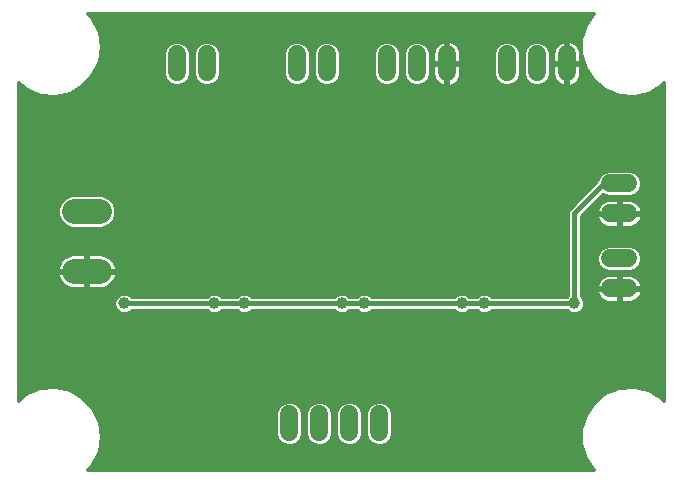
<source format=gbl>
G75*
%MOIN*%
%OFA0B0*%
%FSLAX25Y25*%
%IPPOS*%
%LPD*%
%AMOC8*
5,1,8,0,0,1.08239X$1,22.5*
%
%ADD10C,0.06000*%
%ADD11C,0.08250*%
%ADD12C,0.01000*%
%ADD13C,0.03962*%
%ADD14C,0.01600*%
D10*
X0108300Y0052000D02*
X0108300Y0058000D01*
X0118300Y0058000D02*
X0118300Y0052000D01*
X0128300Y0052000D02*
X0128300Y0058000D01*
X0138300Y0058000D02*
X0138300Y0052000D01*
X0215300Y0100000D02*
X0221300Y0100000D01*
X0221300Y0110000D02*
X0215300Y0110000D01*
X0215300Y0125000D02*
X0221300Y0125000D01*
X0221300Y0135000D02*
X0215300Y0135000D01*
X0200800Y0172000D02*
X0200800Y0178000D01*
X0190800Y0178000D02*
X0190800Y0172000D01*
X0180800Y0172000D02*
X0180800Y0178000D01*
X0160800Y0178000D02*
X0160800Y0172000D01*
X0150800Y0172000D02*
X0150800Y0178000D01*
X0140800Y0178000D02*
X0140800Y0172000D01*
X0120800Y0172000D02*
X0120800Y0178000D01*
X0110800Y0178000D02*
X0110800Y0172000D01*
X0080800Y0172000D02*
X0080800Y0178000D01*
X0070800Y0178000D02*
X0070800Y0172000D01*
D11*
X0044925Y0125709D02*
X0036675Y0125709D01*
X0036675Y0105709D02*
X0044925Y0105709D01*
D12*
X0042681Y0041453D02*
X0040869Y0039500D01*
X0209898Y0039500D01*
X0209866Y0039525D01*
X0209866Y0039525D01*
X0209866Y0039525D01*
X0207095Y0043589D01*
X0207095Y0043589D01*
X0205646Y0048289D01*
X0205646Y0053207D01*
X0207095Y0057907D01*
X0207095Y0057907D01*
X0209866Y0061971D01*
X0209866Y0061971D01*
X0209866Y0061971D01*
X0213711Y0065037D01*
X0213711Y0065037D01*
X0218290Y0066834D01*
X0218290Y0066834D01*
X0223194Y0067202D01*
X0223194Y0067202D01*
X0227990Y0066107D01*
X0227990Y0066107D01*
X0232249Y0063648D01*
X0232249Y0063648D01*
X0233209Y0062613D01*
X0233209Y0168804D01*
X0232249Y0167769D01*
X0232249Y0167769D01*
X0232249Y0167769D01*
X0227990Y0165310D01*
X0227990Y0165310D01*
X0223194Y0164215D01*
X0223194Y0164215D01*
X0218290Y0164583D01*
X0218290Y0164583D01*
X0213711Y0166380D01*
X0213711Y0166380D01*
X0209866Y0169446D01*
X0209866Y0169446D01*
X0209866Y0169446D01*
X0207095Y0173510D01*
X0207095Y0173510D01*
X0205646Y0178210D01*
X0205646Y0183128D01*
X0207095Y0187828D01*
X0207095Y0187828D01*
X0209866Y0191892D01*
X0209866Y0191892D01*
X0209898Y0191917D01*
X0040869Y0191917D01*
X0042681Y0189964D01*
X0042681Y0189964D01*
X0044815Y0185533D01*
X0044815Y0185533D01*
X0045548Y0180669D01*
X0044815Y0175806D01*
X0044815Y0175806D01*
X0042681Y0171375D01*
X0042681Y0171375D01*
X0039336Y0167769D01*
X0039336Y0167769D01*
X0035076Y0165310D01*
X0035076Y0165310D01*
X0030281Y0164215D01*
X0030281Y0164215D01*
X0025376Y0164583D01*
X0025376Y0164583D01*
X0020798Y0166380D01*
X0020798Y0166380D01*
X0017800Y0168771D01*
X0017800Y0062647D01*
X0020798Y0065037D01*
X0020798Y0065037D01*
X0025376Y0066834D01*
X0025376Y0066834D01*
X0030281Y0067202D01*
X0030281Y0067202D01*
X0035076Y0066107D01*
X0035076Y0066107D01*
X0039336Y0063648D01*
X0039336Y0063648D01*
X0042681Y0060043D01*
X0042681Y0060043D01*
X0044815Y0055611D01*
X0044815Y0055611D01*
X0045548Y0050748D01*
X0044815Y0045885D01*
X0044815Y0045885D01*
X0042681Y0041453D01*
X0042681Y0041453D01*
X0042939Y0041990D02*
X0208186Y0041990D01*
X0207505Y0042988D02*
X0043420Y0042988D01*
X0043901Y0043987D02*
X0206973Y0043987D01*
X0206665Y0044985D02*
X0044382Y0044985D01*
X0044830Y0045984D02*
X0206357Y0045984D01*
X0206049Y0046982D02*
X0044980Y0046982D01*
X0045131Y0047981D02*
X0106767Y0047981D01*
X0107445Y0047700D02*
X0109155Y0047700D01*
X0110736Y0048355D01*
X0111945Y0049564D01*
X0112600Y0051145D01*
X0112600Y0058855D01*
X0111945Y0060436D01*
X0110736Y0061645D01*
X0109155Y0062300D01*
X0107445Y0062300D01*
X0105864Y0061645D01*
X0104655Y0060436D01*
X0104000Y0058855D01*
X0104000Y0051145D01*
X0104655Y0049564D01*
X0105864Y0048355D01*
X0107445Y0047700D01*
X0109833Y0047981D02*
X0116767Y0047981D01*
X0117445Y0047700D02*
X0119155Y0047700D01*
X0120736Y0048355D01*
X0121945Y0049564D01*
X0122600Y0051145D01*
X0122600Y0058855D01*
X0121945Y0060436D01*
X0120736Y0061645D01*
X0119155Y0062300D01*
X0117445Y0062300D01*
X0115864Y0061645D01*
X0114655Y0060436D01*
X0114000Y0058855D01*
X0114000Y0051145D01*
X0114655Y0049564D01*
X0115864Y0048355D01*
X0117445Y0047700D01*
X0119833Y0047981D02*
X0126767Y0047981D01*
X0127445Y0047700D02*
X0129155Y0047700D01*
X0130736Y0048355D01*
X0131945Y0049564D01*
X0132600Y0051145D01*
X0132600Y0058855D01*
X0131945Y0060436D01*
X0130736Y0061645D01*
X0129155Y0062300D01*
X0127445Y0062300D01*
X0125864Y0061645D01*
X0124655Y0060436D01*
X0124000Y0058855D01*
X0124000Y0051145D01*
X0124655Y0049564D01*
X0125864Y0048355D01*
X0127445Y0047700D01*
X0129833Y0047981D02*
X0136767Y0047981D01*
X0137445Y0047700D02*
X0139155Y0047700D01*
X0140736Y0048355D01*
X0141945Y0049564D01*
X0142600Y0051145D01*
X0142600Y0058855D01*
X0141945Y0060436D01*
X0140736Y0061645D01*
X0139155Y0062300D01*
X0137445Y0062300D01*
X0135864Y0061645D01*
X0134655Y0060436D01*
X0134000Y0058855D01*
X0134000Y0051145D01*
X0134655Y0049564D01*
X0135864Y0048355D01*
X0137445Y0047700D01*
X0139833Y0047981D02*
X0205741Y0047981D01*
X0205646Y0048979D02*
X0141360Y0048979D01*
X0142117Y0049978D02*
X0205646Y0049978D01*
X0205646Y0050976D02*
X0142530Y0050976D01*
X0142600Y0051975D02*
X0205646Y0051975D01*
X0205646Y0052973D02*
X0142600Y0052973D01*
X0142600Y0053972D02*
X0205882Y0053972D01*
X0206190Y0054970D02*
X0142600Y0054970D01*
X0142600Y0055969D02*
X0206498Y0055969D01*
X0206806Y0056967D02*
X0142600Y0056967D01*
X0142600Y0057966D02*
X0207135Y0057966D01*
X0207816Y0058964D02*
X0142555Y0058964D01*
X0142141Y0059963D02*
X0208497Y0059963D01*
X0209178Y0060961D02*
X0141420Y0060961D01*
X0139977Y0061960D02*
X0209859Y0061960D01*
X0211104Y0062958D02*
X0039976Y0062958D01*
X0040902Y0061960D02*
X0106623Y0061960D01*
X0105180Y0060961D02*
X0041829Y0060961D01*
X0042720Y0059963D02*
X0104459Y0059963D01*
X0104045Y0058964D02*
X0043200Y0058964D01*
X0043681Y0057966D02*
X0104000Y0057966D01*
X0104000Y0056967D02*
X0044162Y0056967D01*
X0044643Y0055969D02*
X0104000Y0055969D01*
X0104000Y0054970D02*
X0044912Y0054970D01*
X0045062Y0053972D02*
X0104000Y0053972D01*
X0104000Y0052973D02*
X0045213Y0052973D01*
X0045363Y0051975D02*
X0104000Y0051975D01*
X0104070Y0050976D02*
X0045514Y0050976D01*
X0045432Y0049978D02*
X0104483Y0049978D01*
X0105240Y0048979D02*
X0045281Y0048979D01*
X0042252Y0040991D02*
X0208867Y0040991D01*
X0209547Y0039993D02*
X0041326Y0039993D01*
X0038801Y0063957D02*
X0212356Y0063957D01*
X0213608Y0064955D02*
X0037072Y0064955D01*
X0035342Y0065954D02*
X0216046Y0065954D01*
X0219865Y0066952D02*
X0031374Y0066952D01*
X0026952Y0066952D02*
X0017800Y0066952D01*
X0017800Y0065954D02*
X0023133Y0065954D01*
X0020695Y0064955D02*
X0017800Y0064955D01*
X0017800Y0063957D02*
X0019443Y0063957D01*
X0018191Y0062958D02*
X0017800Y0062958D01*
X0017800Y0067951D02*
X0233209Y0067951D01*
X0233209Y0068949D02*
X0017800Y0068949D01*
X0017800Y0069948D02*
X0233209Y0069948D01*
X0233209Y0070946D02*
X0017800Y0070946D01*
X0017800Y0071945D02*
X0233209Y0071945D01*
X0233209Y0072943D02*
X0017800Y0072943D01*
X0017800Y0073942D02*
X0233209Y0073942D01*
X0233209Y0074940D02*
X0017800Y0074940D01*
X0017800Y0075939D02*
X0233209Y0075939D01*
X0233209Y0076937D02*
X0017800Y0076937D01*
X0017800Y0077936D02*
X0233209Y0077936D01*
X0233209Y0078934D02*
X0017800Y0078934D01*
X0017800Y0079933D02*
X0233209Y0079933D01*
X0233209Y0080932D02*
X0017800Y0080932D01*
X0017800Y0081930D02*
X0233209Y0081930D01*
X0233209Y0082929D02*
X0017800Y0082929D01*
X0017800Y0083927D02*
X0233209Y0083927D01*
X0233209Y0084926D02*
X0017800Y0084926D01*
X0017800Y0085924D02*
X0233209Y0085924D01*
X0233209Y0086923D02*
X0017800Y0086923D01*
X0017800Y0087921D02*
X0233209Y0087921D01*
X0233209Y0088920D02*
X0017800Y0088920D01*
X0017800Y0089918D02*
X0233209Y0089918D01*
X0233209Y0090917D02*
X0017800Y0090917D01*
X0017800Y0091915D02*
X0052174Y0091915D01*
X0052647Y0091719D02*
X0053953Y0091719D01*
X0055159Y0092218D01*
X0055840Y0092900D01*
X0080760Y0092900D01*
X0081441Y0092218D01*
X0082647Y0091719D01*
X0083953Y0091719D01*
X0085159Y0092218D01*
X0085840Y0092900D01*
X0090760Y0092900D01*
X0091441Y0092218D01*
X0092647Y0091719D01*
X0093953Y0091719D01*
X0095159Y0092218D01*
X0095840Y0092900D01*
X0123260Y0092900D01*
X0123941Y0092218D01*
X0125147Y0091719D01*
X0126453Y0091719D01*
X0127659Y0092218D01*
X0128340Y0092900D01*
X0130760Y0092900D01*
X0131441Y0092218D01*
X0132647Y0091719D01*
X0133953Y0091719D01*
X0135159Y0092218D01*
X0135840Y0092900D01*
X0163260Y0092900D01*
X0163941Y0092218D01*
X0165147Y0091719D01*
X0166453Y0091719D01*
X0167659Y0092218D01*
X0168340Y0092900D01*
X0170760Y0092900D01*
X0171441Y0092218D01*
X0172647Y0091719D01*
X0173953Y0091719D01*
X0175159Y0092218D01*
X0175840Y0092900D01*
X0200760Y0092900D01*
X0201441Y0092218D01*
X0202647Y0091719D01*
X0203953Y0091719D01*
X0205159Y0092218D01*
X0206082Y0093141D01*
X0206581Y0094347D01*
X0206581Y0095653D01*
X0206082Y0096859D01*
X0205400Y0097540D01*
X0205400Y0124130D01*
X0212744Y0131475D01*
X0212864Y0131355D01*
X0214445Y0130700D01*
X0222155Y0130700D01*
X0223736Y0131355D01*
X0224945Y0132564D01*
X0225600Y0134145D01*
X0225600Y0135855D01*
X0224945Y0137436D01*
X0223736Y0138645D01*
X0222155Y0139300D01*
X0214445Y0139300D01*
X0212864Y0138645D01*
X0211655Y0137436D01*
X0211000Y0135855D01*
X0211000Y0135670D01*
X0202430Y0127100D01*
X0201200Y0125870D01*
X0201200Y0097540D01*
X0200760Y0097100D01*
X0175840Y0097100D01*
X0175159Y0097782D01*
X0173953Y0098281D01*
X0172647Y0098281D01*
X0171441Y0097782D01*
X0170760Y0097100D01*
X0168340Y0097100D01*
X0167659Y0097782D01*
X0166453Y0098281D01*
X0165147Y0098281D01*
X0163941Y0097782D01*
X0163260Y0097100D01*
X0135840Y0097100D01*
X0135159Y0097782D01*
X0133953Y0098281D01*
X0132647Y0098281D01*
X0131441Y0097782D01*
X0130760Y0097100D01*
X0128340Y0097100D01*
X0127659Y0097782D01*
X0126453Y0098281D01*
X0125147Y0098281D01*
X0123941Y0097782D01*
X0123260Y0097100D01*
X0095840Y0097100D01*
X0095159Y0097782D01*
X0093953Y0098281D01*
X0092647Y0098281D01*
X0091441Y0097782D01*
X0090760Y0097100D01*
X0085840Y0097100D01*
X0085159Y0097782D01*
X0083953Y0098281D01*
X0082647Y0098281D01*
X0081441Y0097782D01*
X0080760Y0097100D01*
X0055840Y0097100D01*
X0055159Y0097782D01*
X0053953Y0098281D01*
X0052647Y0098281D01*
X0051441Y0097782D01*
X0050518Y0096859D01*
X0050019Y0095653D01*
X0050019Y0094347D01*
X0050518Y0093141D01*
X0051441Y0092218D01*
X0052647Y0091719D01*
X0054426Y0091915D02*
X0082174Y0091915D01*
X0084426Y0091915D02*
X0092174Y0091915D01*
X0094426Y0091915D02*
X0124674Y0091915D01*
X0126926Y0091915D02*
X0132174Y0091915D01*
X0134426Y0091915D02*
X0164674Y0091915D01*
X0166926Y0091915D02*
X0172174Y0091915D01*
X0174426Y0091915D02*
X0202174Y0091915D01*
X0204426Y0091915D02*
X0233209Y0091915D01*
X0233209Y0092914D02*
X0205854Y0092914D01*
X0206401Y0093912D02*
X0233209Y0093912D01*
X0233209Y0094911D02*
X0206581Y0094911D01*
X0206475Y0095909D02*
X0213417Y0095909D01*
X0213573Y0095830D02*
X0214246Y0095611D01*
X0214946Y0095500D01*
X0217800Y0095500D01*
X0217800Y0099500D01*
X0218800Y0099500D01*
X0218800Y0100500D01*
X0217800Y0100500D01*
X0217800Y0104500D01*
X0214946Y0104500D01*
X0214246Y0104389D01*
X0213573Y0104170D01*
X0212941Y0103849D01*
X0212368Y0103432D01*
X0211868Y0102932D01*
X0211451Y0102359D01*
X0211130Y0101727D01*
X0210911Y0101054D01*
X0210823Y0100500D01*
X0217800Y0100500D01*
X0217800Y0099500D01*
X0210823Y0099500D01*
X0210911Y0098946D01*
X0211130Y0098273D01*
X0211451Y0097641D01*
X0211868Y0097068D01*
X0212368Y0096568D01*
X0212941Y0096151D01*
X0213573Y0095830D01*
X0212028Y0096908D02*
X0206032Y0096908D01*
X0205400Y0097906D02*
X0211316Y0097906D01*
X0210924Y0098905D02*
X0205400Y0098905D01*
X0205400Y0099903D02*
X0217800Y0099903D01*
X0217800Y0098905D02*
X0218800Y0098905D01*
X0218800Y0099500D02*
X0218800Y0095500D01*
X0221654Y0095500D01*
X0222354Y0095611D01*
X0223027Y0095830D01*
X0223659Y0096151D01*
X0224232Y0096568D01*
X0224732Y0097068D01*
X0225149Y0097641D01*
X0225470Y0098273D01*
X0225689Y0098946D01*
X0225777Y0099500D01*
X0218800Y0099500D01*
X0218800Y0099903D02*
X0233209Y0099903D01*
X0233209Y0098905D02*
X0225676Y0098905D01*
X0225284Y0097906D02*
X0233209Y0097906D01*
X0233209Y0096908D02*
X0224572Y0096908D01*
X0223183Y0095909D02*
X0233209Y0095909D01*
X0233209Y0100902D02*
X0225713Y0100902D01*
X0225689Y0101054D02*
X0225470Y0101727D01*
X0225149Y0102359D01*
X0224732Y0102932D01*
X0224232Y0103432D01*
X0223659Y0103849D01*
X0223027Y0104170D01*
X0222354Y0104389D01*
X0221654Y0104500D01*
X0218800Y0104500D01*
X0218800Y0100500D01*
X0225777Y0100500D01*
X0225689Y0101054D01*
X0225382Y0101900D02*
X0233209Y0101900D01*
X0233209Y0102899D02*
X0224756Y0102899D01*
X0223563Y0103897D02*
X0233209Y0103897D01*
X0233209Y0104896D02*
X0205400Y0104896D01*
X0205400Y0105894D02*
X0213976Y0105894D01*
X0214445Y0105700D02*
X0212864Y0106355D01*
X0211655Y0107564D01*
X0211000Y0109145D01*
X0211000Y0110855D01*
X0211655Y0112436D01*
X0212864Y0113645D01*
X0214445Y0114300D01*
X0222155Y0114300D01*
X0223736Y0113645D01*
X0224945Y0112436D01*
X0225600Y0110855D01*
X0225600Y0109145D01*
X0224945Y0107564D01*
X0223736Y0106355D01*
X0222155Y0105700D01*
X0214445Y0105700D01*
X0213037Y0103897D02*
X0205400Y0103897D01*
X0205400Y0102899D02*
X0211844Y0102899D01*
X0211218Y0101900D02*
X0205400Y0101900D01*
X0205400Y0100902D02*
X0210887Y0100902D01*
X0217800Y0100902D02*
X0218800Y0100902D01*
X0218800Y0101900D02*
X0217800Y0101900D01*
X0217800Y0102899D02*
X0218800Y0102899D01*
X0218800Y0103897D02*
X0217800Y0103897D01*
X0222624Y0105894D02*
X0233209Y0105894D01*
X0233209Y0106893D02*
X0224274Y0106893D01*
X0225081Y0107891D02*
X0233209Y0107891D01*
X0233209Y0108890D02*
X0225494Y0108890D01*
X0225600Y0109888D02*
X0233209Y0109888D01*
X0233209Y0110887D02*
X0225587Y0110887D01*
X0225173Y0111885D02*
X0233209Y0111885D01*
X0233209Y0112884D02*
X0224497Y0112884D01*
X0223163Y0113882D02*
X0233209Y0113882D01*
X0233209Y0114881D02*
X0205400Y0114881D01*
X0205400Y0115879D02*
X0233209Y0115879D01*
X0233209Y0116878D02*
X0205400Y0116878D01*
X0205400Y0117876D02*
X0233209Y0117876D01*
X0233209Y0118875D02*
X0205400Y0118875D01*
X0205400Y0119873D02*
X0233209Y0119873D01*
X0233209Y0120872D02*
X0223110Y0120872D01*
X0223027Y0120830D02*
X0223659Y0121151D01*
X0224232Y0121568D01*
X0224732Y0122068D01*
X0225149Y0122641D01*
X0225470Y0123273D01*
X0225689Y0123946D01*
X0225777Y0124500D01*
X0218800Y0124500D01*
X0218800Y0125500D01*
X0217800Y0125500D01*
X0217800Y0129500D01*
X0214946Y0129500D01*
X0214246Y0129389D01*
X0213573Y0129170D01*
X0212941Y0128849D01*
X0212368Y0128432D01*
X0211868Y0127932D01*
X0211451Y0127359D01*
X0211130Y0126727D01*
X0210911Y0126054D01*
X0210823Y0125500D01*
X0217800Y0125500D01*
X0217800Y0124500D01*
X0218800Y0124500D01*
X0218800Y0120500D01*
X0221654Y0120500D01*
X0222354Y0120611D01*
X0223027Y0120830D01*
X0224534Y0121870D02*
X0233209Y0121870D01*
X0233209Y0122869D02*
X0225265Y0122869D01*
X0225664Y0123868D02*
X0233209Y0123868D01*
X0233209Y0124866D02*
X0218800Y0124866D01*
X0218800Y0125500D02*
X0225777Y0125500D01*
X0225689Y0126054D01*
X0225470Y0126727D01*
X0225149Y0127359D01*
X0224732Y0127932D01*
X0224232Y0128432D01*
X0223659Y0128849D01*
X0223027Y0129170D01*
X0222354Y0129389D01*
X0221654Y0129500D01*
X0218800Y0129500D01*
X0218800Y0125500D01*
X0218800Y0125865D02*
X0217800Y0125865D01*
X0217800Y0126863D02*
X0218800Y0126863D01*
X0218800Y0127862D02*
X0217800Y0127862D01*
X0217800Y0128860D02*
X0218800Y0128860D01*
X0222535Y0130857D02*
X0233209Y0130857D01*
X0233209Y0129859D02*
X0211128Y0129859D01*
X0212127Y0130857D02*
X0214065Y0130857D01*
X0212964Y0128860D02*
X0210130Y0128860D01*
X0209131Y0127862D02*
X0211817Y0127862D01*
X0211199Y0126863D02*
X0208133Y0126863D01*
X0207134Y0125865D02*
X0210881Y0125865D01*
X0210823Y0124500D02*
X0210911Y0123946D01*
X0211130Y0123273D01*
X0211451Y0122641D01*
X0211868Y0122068D01*
X0212368Y0121568D01*
X0212941Y0121151D01*
X0213573Y0120830D01*
X0214246Y0120611D01*
X0214946Y0120500D01*
X0217800Y0120500D01*
X0217800Y0124500D01*
X0210823Y0124500D01*
X0210936Y0123868D02*
X0205400Y0123868D01*
X0205400Y0122869D02*
X0211335Y0122869D01*
X0212066Y0121870D02*
X0205400Y0121870D01*
X0205400Y0120872D02*
X0213490Y0120872D01*
X0217800Y0120872D02*
X0218800Y0120872D01*
X0218800Y0121870D02*
X0217800Y0121870D01*
X0217800Y0122869D02*
X0218800Y0122869D01*
X0218800Y0123868D02*
X0217800Y0123868D01*
X0217800Y0124866D02*
X0206136Y0124866D01*
X0203192Y0127862D02*
X0049905Y0127862D01*
X0049524Y0128782D02*
X0047998Y0130308D01*
X0046004Y0131134D01*
X0035596Y0131134D01*
X0033602Y0130308D01*
X0032076Y0128782D01*
X0031250Y0126788D01*
X0031250Y0124630D01*
X0032076Y0122636D01*
X0033602Y0121110D01*
X0035596Y0120284D01*
X0046004Y0120284D01*
X0047998Y0121110D01*
X0049524Y0122636D01*
X0050350Y0124630D01*
X0050350Y0126788D01*
X0049524Y0128782D01*
X0049446Y0128860D02*
X0204190Y0128860D01*
X0205189Y0129859D02*
X0048447Y0129859D01*
X0046672Y0130857D02*
X0206187Y0130857D01*
X0207186Y0131856D02*
X0017800Y0131856D01*
X0017800Y0132854D02*
X0208184Y0132854D01*
X0209183Y0133853D02*
X0017800Y0133853D01*
X0017800Y0134851D02*
X0210181Y0134851D01*
X0211000Y0135850D02*
X0017800Y0135850D01*
X0017800Y0136848D02*
X0211411Y0136848D01*
X0212066Y0137847D02*
X0017800Y0137847D01*
X0017800Y0138845D02*
X0213347Y0138845D01*
X0223253Y0138845D02*
X0233209Y0138845D01*
X0233209Y0137847D02*
X0224534Y0137847D01*
X0225189Y0136848D02*
X0233209Y0136848D01*
X0233209Y0135850D02*
X0225600Y0135850D01*
X0225600Y0134851D02*
X0233209Y0134851D01*
X0233209Y0133853D02*
X0225479Y0133853D01*
X0225065Y0132854D02*
X0233209Y0132854D01*
X0233209Y0131856D02*
X0224237Y0131856D01*
X0223636Y0128860D02*
X0233209Y0128860D01*
X0233209Y0127862D02*
X0224783Y0127862D01*
X0225401Y0126863D02*
X0233209Y0126863D01*
X0233209Y0125865D02*
X0225719Y0125865D01*
X0213437Y0113882D02*
X0205400Y0113882D01*
X0205400Y0112884D02*
X0212103Y0112884D01*
X0211427Y0111885D02*
X0205400Y0111885D01*
X0205400Y0110887D02*
X0211013Y0110887D01*
X0211000Y0109888D02*
X0205400Y0109888D01*
X0205400Y0108890D02*
X0211106Y0108890D01*
X0211519Y0107891D02*
X0205400Y0107891D01*
X0205400Y0106893D02*
X0212326Y0106893D01*
X0217800Y0097906D02*
X0218800Y0097906D01*
X0218800Y0096908D02*
X0217800Y0096908D01*
X0217800Y0095909D02*
X0218800Y0095909D01*
X0201200Y0097906D02*
X0174858Y0097906D01*
X0171742Y0097906D02*
X0167358Y0097906D01*
X0164242Y0097906D02*
X0134858Y0097906D01*
X0131742Y0097906D02*
X0127358Y0097906D01*
X0124242Y0097906D02*
X0094858Y0097906D01*
X0091742Y0097906D02*
X0084858Y0097906D01*
X0081742Y0097906D02*
X0054858Y0097906D01*
X0051742Y0097906D02*
X0017800Y0097906D01*
X0017800Y0096908D02*
X0050568Y0096908D01*
X0050125Y0095909D02*
X0017800Y0095909D01*
X0017800Y0094911D02*
X0050019Y0094911D01*
X0050199Y0093912D02*
X0017800Y0093912D01*
X0017800Y0092914D02*
X0050746Y0092914D01*
X0047084Y0100496D02*
X0046242Y0100222D01*
X0045368Y0100084D01*
X0041300Y0100084D01*
X0041300Y0105209D01*
X0041300Y0106209D01*
X0040300Y0106209D01*
X0040300Y0111334D01*
X0036232Y0111334D01*
X0035358Y0111195D01*
X0034516Y0110922D01*
X0033727Y0110520D01*
X0033011Y0109999D01*
X0032384Y0109373D01*
X0031864Y0108657D01*
X0031462Y0107868D01*
X0031189Y0107026D01*
X0031059Y0106209D01*
X0040300Y0106209D01*
X0040300Y0105209D01*
X0031059Y0105209D01*
X0031189Y0104391D01*
X0031462Y0103549D01*
X0031864Y0102761D01*
X0032384Y0102044D01*
X0033011Y0101418D01*
X0033727Y0100898D01*
X0034516Y0100496D01*
X0035358Y0100222D01*
X0036232Y0100084D01*
X0040300Y0100084D01*
X0040300Y0105209D01*
X0041300Y0105209D01*
X0050541Y0105209D01*
X0050411Y0104391D01*
X0050138Y0103549D01*
X0049736Y0102761D01*
X0049216Y0102044D01*
X0048589Y0101418D01*
X0047873Y0100898D01*
X0047084Y0100496D01*
X0047879Y0100902D02*
X0201200Y0100902D01*
X0201200Y0101900D02*
X0049072Y0101900D01*
X0049806Y0102899D02*
X0201200Y0102899D01*
X0201200Y0103897D02*
X0050251Y0103897D01*
X0050491Y0104896D02*
X0201200Y0104896D01*
X0201200Y0105894D02*
X0041300Y0105894D01*
X0041300Y0106209D02*
X0050541Y0106209D01*
X0050411Y0107026D01*
X0050138Y0107868D01*
X0049736Y0108657D01*
X0049216Y0109373D01*
X0048589Y0109999D01*
X0047873Y0110520D01*
X0047084Y0110922D01*
X0046242Y0111195D01*
X0045368Y0111334D01*
X0041300Y0111334D01*
X0041300Y0106209D01*
X0041300Y0106893D02*
X0040300Y0106893D01*
X0040300Y0107891D02*
X0041300Y0107891D01*
X0041300Y0108890D02*
X0040300Y0108890D01*
X0040300Y0109888D02*
X0041300Y0109888D01*
X0041300Y0110887D02*
X0040300Y0110887D01*
X0040300Y0105894D02*
X0017800Y0105894D01*
X0017800Y0104896D02*
X0031109Y0104896D01*
X0031349Y0103897D02*
X0017800Y0103897D01*
X0017800Y0102899D02*
X0031794Y0102899D01*
X0032528Y0101900D02*
X0017800Y0101900D01*
X0017800Y0100902D02*
X0033721Y0100902D01*
X0040300Y0100902D02*
X0041300Y0100902D01*
X0041300Y0101900D02*
X0040300Y0101900D01*
X0040300Y0102899D02*
X0041300Y0102899D01*
X0041300Y0103897D02*
X0040300Y0103897D01*
X0040300Y0104896D02*
X0041300Y0104896D01*
X0048700Y0109888D02*
X0201200Y0109888D01*
X0201200Y0108890D02*
X0049567Y0108890D01*
X0050126Y0107891D02*
X0201200Y0107891D01*
X0201200Y0106893D02*
X0050433Y0106893D01*
X0047152Y0110887D02*
X0201200Y0110887D01*
X0201200Y0111885D02*
X0017800Y0111885D01*
X0017800Y0110887D02*
X0034448Y0110887D01*
X0032900Y0109888D02*
X0017800Y0109888D01*
X0017800Y0108890D02*
X0032033Y0108890D01*
X0031474Y0107891D02*
X0017800Y0107891D01*
X0017800Y0106893D02*
X0031167Y0106893D01*
X0017800Y0112884D02*
X0201200Y0112884D01*
X0201200Y0113882D02*
X0017800Y0113882D01*
X0017800Y0114881D02*
X0201200Y0114881D01*
X0201200Y0115879D02*
X0017800Y0115879D01*
X0017800Y0116878D02*
X0201200Y0116878D01*
X0201200Y0117876D02*
X0017800Y0117876D01*
X0017800Y0118875D02*
X0201200Y0118875D01*
X0201200Y0119873D02*
X0017800Y0119873D01*
X0017800Y0120872D02*
X0034176Y0120872D01*
X0032841Y0121870D02*
X0017800Y0121870D01*
X0017800Y0122869D02*
X0031979Y0122869D01*
X0031566Y0123868D02*
X0017800Y0123868D01*
X0017800Y0124866D02*
X0031250Y0124866D01*
X0031250Y0125865D02*
X0017800Y0125865D01*
X0017800Y0126863D02*
X0031281Y0126863D01*
X0031695Y0127862D02*
X0017800Y0127862D01*
X0017800Y0128860D02*
X0032154Y0128860D01*
X0033153Y0129859D02*
X0017800Y0129859D01*
X0017800Y0130857D02*
X0034928Y0130857D01*
X0047424Y0120872D02*
X0201200Y0120872D01*
X0201200Y0121870D02*
X0048759Y0121870D01*
X0049621Y0122869D02*
X0201200Y0122869D01*
X0201200Y0123868D02*
X0050034Y0123868D01*
X0050350Y0124866D02*
X0201200Y0124866D01*
X0201200Y0125865D02*
X0050350Y0125865D01*
X0050319Y0126863D02*
X0202193Y0126863D01*
X0202430Y0127100D02*
X0202430Y0127100D01*
X0233209Y0139844D02*
X0017800Y0139844D01*
X0017800Y0140842D02*
X0233209Y0140842D01*
X0233209Y0141841D02*
X0017800Y0141841D01*
X0017800Y0142839D02*
X0233209Y0142839D01*
X0233209Y0143838D02*
X0017800Y0143838D01*
X0017800Y0144836D02*
X0233209Y0144836D01*
X0233209Y0145835D02*
X0017800Y0145835D01*
X0017800Y0146833D02*
X0233209Y0146833D01*
X0233209Y0147832D02*
X0017800Y0147832D01*
X0017800Y0148830D02*
X0233209Y0148830D01*
X0233209Y0149829D02*
X0017800Y0149829D01*
X0017800Y0150827D02*
X0233209Y0150827D01*
X0233209Y0151826D02*
X0017800Y0151826D01*
X0017800Y0152824D02*
X0233209Y0152824D01*
X0233209Y0153823D02*
X0017800Y0153823D01*
X0017800Y0154821D02*
X0233209Y0154821D01*
X0233209Y0155820D02*
X0017800Y0155820D01*
X0017800Y0156818D02*
X0233209Y0156818D01*
X0233209Y0157817D02*
X0017800Y0157817D01*
X0017800Y0158815D02*
X0233209Y0158815D01*
X0233209Y0159814D02*
X0017800Y0159814D01*
X0017800Y0160812D02*
X0233209Y0160812D01*
X0233209Y0161811D02*
X0017800Y0161811D01*
X0017800Y0162809D02*
X0233209Y0162809D01*
X0233209Y0163808D02*
X0017800Y0163808D01*
X0017800Y0164806D02*
X0024807Y0164806D01*
X0022263Y0165805D02*
X0017800Y0165805D01*
X0017800Y0166803D02*
X0020267Y0166803D01*
X0019015Y0167802D02*
X0017800Y0167802D01*
X0032871Y0164806D02*
X0217720Y0164806D01*
X0215176Y0165805D02*
X0035934Y0165805D01*
X0037663Y0166803D02*
X0213180Y0166803D01*
X0211928Y0167802D02*
X0202442Y0167802D01*
X0202527Y0167830D02*
X0203159Y0168151D01*
X0203732Y0168568D01*
X0204232Y0169068D01*
X0204649Y0169641D01*
X0204970Y0170273D01*
X0205189Y0170946D01*
X0205300Y0171646D01*
X0205300Y0174500D01*
X0201300Y0174500D01*
X0201300Y0175500D01*
X0200300Y0175500D01*
X0200300Y0182477D01*
X0199746Y0182389D01*
X0199073Y0182170D01*
X0198441Y0181849D01*
X0197868Y0181432D01*
X0197368Y0180932D01*
X0196951Y0180359D01*
X0196630Y0179727D01*
X0196411Y0179054D01*
X0196300Y0178354D01*
X0196300Y0175500D01*
X0200300Y0175500D01*
X0200300Y0174500D01*
X0196300Y0174500D01*
X0196300Y0171646D01*
X0196411Y0170946D01*
X0196630Y0170273D01*
X0196951Y0169641D01*
X0197368Y0169068D01*
X0197868Y0168568D01*
X0198441Y0168151D01*
X0199073Y0167830D01*
X0199746Y0167611D01*
X0200300Y0167523D01*
X0200300Y0174500D01*
X0201300Y0174500D01*
X0201300Y0167523D01*
X0201854Y0167611D01*
X0202527Y0167830D01*
X0201300Y0167802D02*
X0200300Y0167802D01*
X0200300Y0168801D02*
X0201300Y0168801D01*
X0201300Y0169799D02*
X0200300Y0169799D01*
X0200300Y0170798D02*
X0201300Y0170798D01*
X0201300Y0171796D02*
X0200300Y0171796D01*
X0200300Y0172795D02*
X0201300Y0172795D01*
X0201300Y0173793D02*
X0200300Y0173793D01*
X0200300Y0174792D02*
X0195100Y0174792D01*
X0195100Y0175790D02*
X0196300Y0175790D01*
X0196300Y0176789D02*
X0195100Y0176789D01*
X0195100Y0177787D02*
X0196300Y0177787D01*
X0196368Y0178786D02*
X0195100Y0178786D01*
X0195100Y0178855D02*
X0194445Y0180436D01*
X0193236Y0181645D01*
X0191655Y0182300D01*
X0189945Y0182300D01*
X0188364Y0181645D01*
X0187155Y0180436D01*
X0186500Y0178855D01*
X0186500Y0171145D01*
X0187155Y0169564D01*
X0188364Y0168355D01*
X0189945Y0167700D01*
X0191655Y0167700D01*
X0193236Y0168355D01*
X0194445Y0169564D01*
X0195100Y0171145D01*
X0195100Y0178855D01*
X0194715Y0179784D02*
X0196659Y0179784D01*
X0197259Y0180783D02*
X0194098Y0180783D01*
X0192908Y0181781D02*
X0198348Y0181781D01*
X0200300Y0181781D02*
X0201300Y0181781D01*
X0201300Y0182477D02*
X0201300Y0175500D01*
X0205300Y0175500D01*
X0205300Y0178354D01*
X0205189Y0179054D01*
X0204970Y0179727D01*
X0204649Y0180359D01*
X0204232Y0180932D01*
X0203732Y0181432D01*
X0203159Y0181849D01*
X0202527Y0182170D01*
X0201854Y0182389D01*
X0201300Y0182477D01*
X0201300Y0180783D02*
X0200300Y0180783D01*
X0200300Y0179784D02*
X0201300Y0179784D01*
X0201300Y0178786D02*
X0200300Y0178786D01*
X0200300Y0177787D02*
X0201300Y0177787D01*
X0201300Y0176789D02*
X0200300Y0176789D01*
X0200300Y0175790D02*
X0201300Y0175790D01*
X0201300Y0174792D02*
X0206700Y0174792D01*
X0206392Y0175790D02*
X0205300Y0175790D01*
X0205300Y0176789D02*
X0206084Y0176789D01*
X0205776Y0177787D02*
X0205300Y0177787D01*
X0205232Y0178786D02*
X0205646Y0178786D01*
X0205646Y0179784D02*
X0204941Y0179784D01*
X0204341Y0180783D02*
X0205646Y0180783D01*
X0205646Y0181781D02*
X0203252Y0181781D01*
X0205646Y0182780D02*
X0045230Y0182780D01*
X0045079Y0183778D02*
X0205846Y0183778D01*
X0206154Y0184777D02*
X0044929Y0184777D01*
X0044698Y0185775D02*
X0206462Y0185775D01*
X0206770Y0186774D02*
X0044217Y0186774D01*
X0043737Y0187772D02*
X0207078Y0187772D01*
X0207738Y0188771D02*
X0043256Y0188771D01*
X0042775Y0189769D02*
X0208419Y0189769D01*
X0209099Y0190768D02*
X0041935Y0190768D01*
X0041009Y0191766D02*
X0209780Y0191766D01*
X0188692Y0181781D02*
X0182908Y0181781D01*
X0183236Y0181645D02*
X0181655Y0182300D01*
X0179945Y0182300D01*
X0178364Y0181645D01*
X0177155Y0180436D01*
X0176500Y0178855D01*
X0176500Y0171145D01*
X0177155Y0169564D01*
X0178364Y0168355D01*
X0179945Y0167700D01*
X0181655Y0167700D01*
X0183236Y0168355D01*
X0184445Y0169564D01*
X0185100Y0171145D01*
X0185100Y0178855D01*
X0184445Y0180436D01*
X0183236Y0181645D01*
X0184098Y0180783D02*
X0187502Y0180783D01*
X0186885Y0179784D02*
X0184715Y0179784D01*
X0185100Y0178786D02*
X0186500Y0178786D01*
X0186500Y0177787D02*
X0185100Y0177787D01*
X0185100Y0176789D02*
X0186500Y0176789D01*
X0186500Y0175790D02*
X0185100Y0175790D01*
X0185100Y0174792D02*
X0186500Y0174792D01*
X0186500Y0173793D02*
X0185100Y0173793D01*
X0185100Y0172795D02*
X0186500Y0172795D01*
X0186500Y0171796D02*
X0185100Y0171796D01*
X0184956Y0170798D02*
X0186644Y0170798D01*
X0187057Y0169799D02*
X0184543Y0169799D01*
X0183682Y0168801D02*
X0187918Y0168801D01*
X0189698Y0167802D02*
X0181902Y0167802D01*
X0179698Y0167802D02*
X0162442Y0167802D01*
X0162527Y0167830D02*
X0163159Y0168151D01*
X0163732Y0168568D01*
X0164232Y0169068D01*
X0164649Y0169641D01*
X0164970Y0170273D01*
X0165189Y0170946D01*
X0165300Y0171646D01*
X0165300Y0174500D01*
X0161300Y0174500D01*
X0161300Y0175500D01*
X0160300Y0175500D01*
X0160300Y0182477D01*
X0159746Y0182389D01*
X0159073Y0182170D01*
X0158441Y0181849D01*
X0157868Y0181432D01*
X0157368Y0180932D01*
X0156951Y0180359D01*
X0156630Y0179727D01*
X0156411Y0179054D01*
X0156300Y0178354D01*
X0156300Y0175500D01*
X0160300Y0175500D01*
X0160300Y0174500D01*
X0156300Y0174500D01*
X0156300Y0171646D01*
X0156411Y0170946D01*
X0156630Y0170273D01*
X0156951Y0169641D01*
X0157368Y0169068D01*
X0157868Y0168568D01*
X0158441Y0168151D01*
X0159073Y0167830D01*
X0159746Y0167611D01*
X0160300Y0167523D01*
X0160300Y0174500D01*
X0161300Y0174500D01*
X0161300Y0167523D01*
X0161854Y0167611D01*
X0162527Y0167830D01*
X0161300Y0167802D02*
X0160300Y0167802D01*
X0160300Y0168801D02*
X0161300Y0168801D01*
X0161300Y0169799D02*
X0160300Y0169799D01*
X0160300Y0170798D02*
X0161300Y0170798D01*
X0161300Y0171796D02*
X0160300Y0171796D01*
X0160300Y0172795D02*
X0161300Y0172795D01*
X0161300Y0173793D02*
X0160300Y0173793D01*
X0160300Y0174792D02*
X0155100Y0174792D01*
X0155100Y0175790D02*
X0156300Y0175790D01*
X0156300Y0176789D02*
X0155100Y0176789D01*
X0155100Y0177787D02*
X0156300Y0177787D01*
X0156368Y0178786D02*
X0155100Y0178786D01*
X0155100Y0178855D02*
X0154445Y0180436D01*
X0153236Y0181645D01*
X0151655Y0182300D01*
X0149945Y0182300D01*
X0148364Y0181645D01*
X0147155Y0180436D01*
X0146500Y0178855D01*
X0146500Y0171145D01*
X0147155Y0169564D01*
X0148364Y0168355D01*
X0149945Y0167700D01*
X0151655Y0167700D01*
X0153236Y0168355D01*
X0154445Y0169564D01*
X0155100Y0171145D01*
X0155100Y0178855D01*
X0154715Y0179784D02*
X0156659Y0179784D01*
X0157259Y0180783D02*
X0154098Y0180783D01*
X0152908Y0181781D02*
X0158348Y0181781D01*
X0160300Y0181781D02*
X0161300Y0181781D01*
X0161300Y0182477D02*
X0161300Y0175500D01*
X0165300Y0175500D01*
X0165300Y0178354D01*
X0165189Y0179054D01*
X0164970Y0179727D01*
X0164649Y0180359D01*
X0164232Y0180932D01*
X0163732Y0181432D01*
X0163159Y0181849D01*
X0162527Y0182170D01*
X0161854Y0182389D01*
X0161300Y0182477D01*
X0161300Y0180783D02*
X0160300Y0180783D01*
X0160300Y0179784D02*
X0161300Y0179784D01*
X0161300Y0178786D02*
X0160300Y0178786D01*
X0160300Y0177787D02*
X0161300Y0177787D01*
X0161300Y0176789D02*
X0160300Y0176789D01*
X0160300Y0175790D02*
X0161300Y0175790D01*
X0161300Y0174792D02*
X0176500Y0174792D01*
X0176500Y0175790D02*
X0165300Y0175790D01*
X0165300Y0176789D02*
X0176500Y0176789D01*
X0176500Y0177787D02*
X0165300Y0177787D01*
X0165232Y0178786D02*
X0176500Y0178786D01*
X0176885Y0179784D02*
X0164941Y0179784D01*
X0164341Y0180783D02*
X0177502Y0180783D01*
X0178692Y0181781D02*
X0163252Y0181781D01*
X0165300Y0173793D02*
X0176500Y0173793D01*
X0176500Y0172795D02*
X0165300Y0172795D01*
X0165300Y0171796D02*
X0176500Y0171796D01*
X0176644Y0170798D02*
X0165141Y0170798D01*
X0164729Y0169799D02*
X0177057Y0169799D01*
X0177918Y0168801D02*
X0163964Y0168801D01*
X0159158Y0167802D02*
X0151902Y0167802D01*
X0153682Y0168801D02*
X0157636Y0168801D01*
X0156871Y0169799D02*
X0154543Y0169799D01*
X0154956Y0170798D02*
X0156459Y0170798D01*
X0156300Y0171796D02*
X0155100Y0171796D01*
X0155100Y0172795D02*
X0156300Y0172795D01*
X0156300Y0173793D02*
X0155100Y0173793D01*
X0147918Y0168801D02*
X0143682Y0168801D01*
X0143236Y0168355D02*
X0144445Y0169564D01*
X0145100Y0171145D01*
X0145100Y0178855D01*
X0144445Y0180436D01*
X0143236Y0181645D01*
X0141655Y0182300D01*
X0139945Y0182300D01*
X0138364Y0181645D01*
X0137155Y0180436D01*
X0136500Y0178855D01*
X0136500Y0171145D01*
X0137155Y0169564D01*
X0138364Y0168355D01*
X0139945Y0167700D01*
X0141655Y0167700D01*
X0143236Y0168355D01*
X0141902Y0167802D02*
X0149698Y0167802D01*
X0147057Y0169799D02*
X0144543Y0169799D01*
X0144956Y0170798D02*
X0146644Y0170798D01*
X0146500Y0171796D02*
X0145100Y0171796D01*
X0145100Y0172795D02*
X0146500Y0172795D01*
X0146500Y0173793D02*
X0145100Y0173793D01*
X0145100Y0174792D02*
X0146500Y0174792D01*
X0146500Y0175790D02*
X0145100Y0175790D01*
X0145100Y0176789D02*
X0146500Y0176789D01*
X0146500Y0177787D02*
X0145100Y0177787D01*
X0145100Y0178786D02*
X0146500Y0178786D01*
X0146885Y0179784D02*
X0144715Y0179784D01*
X0144098Y0180783D02*
X0147502Y0180783D01*
X0148692Y0181781D02*
X0142908Y0181781D01*
X0138692Y0181781D02*
X0122908Y0181781D01*
X0123236Y0181645D02*
X0121655Y0182300D01*
X0119945Y0182300D01*
X0118364Y0181645D01*
X0117155Y0180436D01*
X0116500Y0178855D01*
X0116500Y0171145D01*
X0117155Y0169564D01*
X0118364Y0168355D01*
X0119945Y0167700D01*
X0121655Y0167700D01*
X0123236Y0168355D01*
X0124445Y0169564D01*
X0125100Y0171145D01*
X0125100Y0178855D01*
X0124445Y0180436D01*
X0123236Y0181645D01*
X0124098Y0180783D02*
X0137502Y0180783D01*
X0136885Y0179784D02*
X0124715Y0179784D01*
X0125100Y0178786D02*
X0136500Y0178786D01*
X0136500Y0177787D02*
X0125100Y0177787D01*
X0125100Y0176789D02*
X0136500Y0176789D01*
X0136500Y0175790D02*
X0125100Y0175790D01*
X0125100Y0174792D02*
X0136500Y0174792D01*
X0136500Y0173793D02*
X0125100Y0173793D01*
X0125100Y0172795D02*
X0136500Y0172795D01*
X0136500Y0171796D02*
X0125100Y0171796D01*
X0124956Y0170798D02*
X0136644Y0170798D01*
X0137057Y0169799D02*
X0124543Y0169799D01*
X0123682Y0168801D02*
X0137918Y0168801D01*
X0139698Y0167802D02*
X0121902Y0167802D01*
X0119698Y0167802D02*
X0111902Y0167802D01*
X0111655Y0167700D02*
X0113236Y0168355D01*
X0114445Y0169564D01*
X0115100Y0171145D01*
X0115100Y0178855D01*
X0114445Y0180436D01*
X0113236Y0181645D01*
X0111655Y0182300D01*
X0109945Y0182300D01*
X0108364Y0181645D01*
X0107155Y0180436D01*
X0106500Y0178855D01*
X0106500Y0171145D01*
X0107155Y0169564D01*
X0108364Y0168355D01*
X0109945Y0167700D01*
X0111655Y0167700D01*
X0109698Y0167802D02*
X0081902Y0167802D01*
X0081655Y0167700D02*
X0083236Y0168355D01*
X0084445Y0169564D01*
X0085100Y0171145D01*
X0085100Y0178855D01*
X0084445Y0180436D01*
X0083236Y0181645D01*
X0081655Y0182300D01*
X0079945Y0182300D01*
X0078364Y0181645D01*
X0077155Y0180436D01*
X0076500Y0178855D01*
X0076500Y0171145D01*
X0077155Y0169564D01*
X0078364Y0168355D01*
X0079945Y0167700D01*
X0081655Y0167700D01*
X0079698Y0167802D02*
X0071902Y0167802D01*
X0071655Y0167700D02*
X0073236Y0168355D01*
X0074445Y0169564D01*
X0075100Y0171145D01*
X0075100Y0178855D01*
X0074445Y0180436D01*
X0073236Y0181645D01*
X0071655Y0182300D01*
X0069945Y0182300D01*
X0068364Y0181645D01*
X0067155Y0180436D01*
X0066500Y0178855D01*
X0066500Y0171145D01*
X0067155Y0169564D01*
X0068364Y0168355D01*
X0069945Y0167700D01*
X0071655Y0167700D01*
X0069698Y0167802D02*
X0039366Y0167802D01*
X0040293Y0168801D02*
X0067918Y0168801D01*
X0067057Y0169799D02*
X0041219Y0169799D01*
X0042146Y0170798D02*
X0066644Y0170798D01*
X0066500Y0171796D02*
X0042884Y0171796D01*
X0043365Y0172795D02*
X0066500Y0172795D01*
X0066500Y0173793D02*
X0043846Y0173793D01*
X0044327Y0174792D02*
X0066500Y0174792D01*
X0066500Y0175790D02*
X0044807Y0175790D01*
X0044963Y0176789D02*
X0066500Y0176789D01*
X0066500Y0177787D02*
X0045114Y0177787D01*
X0045264Y0178786D02*
X0066500Y0178786D01*
X0066885Y0179784D02*
X0045415Y0179784D01*
X0045531Y0180783D02*
X0067502Y0180783D01*
X0068692Y0181781D02*
X0045380Y0181781D01*
X0072908Y0181781D02*
X0078692Y0181781D01*
X0077502Y0180783D02*
X0074098Y0180783D01*
X0074715Y0179784D02*
X0076885Y0179784D01*
X0076500Y0178786D02*
X0075100Y0178786D01*
X0075100Y0177787D02*
X0076500Y0177787D01*
X0076500Y0176789D02*
X0075100Y0176789D01*
X0075100Y0175790D02*
X0076500Y0175790D01*
X0076500Y0174792D02*
X0075100Y0174792D01*
X0075100Y0173793D02*
X0076500Y0173793D01*
X0076500Y0172795D02*
X0075100Y0172795D01*
X0075100Y0171796D02*
X0076500Y0171796D01*
X0076644Y0170798D02*
X0074956Y0170798D01*
X0074543Y0169799D02*
X0077057Y0169799D01*
X0077918Y0168801D02*
X0073682Y0168801D01*
X0083682Y0168801D02*
X0107918Y0168801D01*
X0107057Y0169799D02*
X0084543Y0169799D01*
X0084956Y0170798D02*
X0106644Y0170798D01*
X0106500Y0171796D02*
X0085100Y0171796D01*
X0085100Y0172795D02*
X0106500Y0172795D01*
X0106500Y0173793D02*
X0085100Y0173793D01*
X0085100Y0174792D02*
X0106500Y0174792D01*
X0106500Y0175790D02*
X0085100Y0175790D01*
X0085100Y0176789D02*
X0106500Y0176789D01*
X0106500Y0177787D02*
X0085100Y0177787D01*
X0085100Y0178786D02*
X0106500Y0178786D01*
X0106885Y0179784D02*
X0084715Y0179784D01*
X0084098Y0180783D02*
X0107502Y0180783D01*
X0108692Y0181781D02*
X0082908Y0181781D01*
X0112908Y0181781D02*
X0118692Y0181781D01*
X0117502Y0180783D02*
X0114098Y0180783D01*
X0114715Y0179784D02*
X0116885Y0179784D01*
X0116500Y0178786D02*
X0115100Y0178786D01*
X0115100Y0177787D02*
X0116500Y0177787D01*
X0116500Y0176789D02*
X0115100Y0176789D01*
X0115100Y0175790D02*
X0116500Y0175790D01*
X0116500Y0174792D02*
X0115100Y0174792D01*
X0115100Y0173793D02*
X0116500Y0173793D01*
X0116500Y0172795D02*
X0115100Y0172795D01*
X0115100Y0171796D02*
X0116500Y0171796D01*
X0116644Y0170798D02*
X0114956Y0170798D01*
X0114543Y0169799D02*
X0117057Y0169799D01*
X0117918Y0168801D02*
X0113682Y0168801D01*
X0191902Y0167802D02*
X0199158Y0167802D01*
X0197636Y0168801D02*
X0193682Y0168801D01*
X0194543Y0169799D02*
X0196871Y0169799D01*
X0196459Y0170798D02*
X0194956Y0170798D01*
X0195100Y0171796D02*
X0196300Y0171796D01*
X0196300Y0172795D02*
X0195100Y0172795D01*
X0195100Y0173793D02*
X0196300Y0173793D01*
X0203964Y0168801D02*
X0210676Y0168801D01*
X0209626Y0169799D02*
X0204729Y0169799D01*
X0205141Y0170798D02*
X0208945Y0170798D01*
X0208264Y0171796D02*
X0205300Y0171796D01*
X0205300Y0172795D02*
X0207583Y0172795D01*
X0207008Y0173793D02*
X0205300Y0173793D01*
X0225784Y0164806D02*
X0233209Y0164806D01*
X0233209Y0165805D02*
X0228847Y0165805D01*
X0230577Y0166803D02*
X0233209Y0166803D01*
X0233209Y0167802D02*
X0232280Y0167802D01*
X0233206Y0168801D02*
X0233209Y0168801D01*
X0201200Y0099903D02*
X0017800Y0099903D01*
X0017800Y0098905D02*
X0201200Y0098905D01*
X0224288Y0066952D02*
X0233209Y0066952D01*
X0233209Y0065954D02*
X0228256Y0065954D01*
X0229985Y0064955D02*
X0233209Y0064955D01*
X0233209Y0063957D02*
X0231714Y0063957D01*
X0232889Y0062958D02*
X0233209Y0062958D01*
X0136623Y0061960D02*
X0129977Y0061960D01*
X0131420Y0060961D02*
X0135180Y0060961D01*
X0134459Y0059963D02*
X0132141Y0059963D01*
X0132555Y0058964D02*
X0134045Y0058964D01*
X0134000Y0057966D02*
X0132600Y0057966D01*
X0132600Y0056967D02*
X0134000Y0056967D01*
X0134000Y0055969D02*
X0132600Y0055969D01*
X0132600Y0054970D02*
X0134000Y0054970D01*
X0134000Y0053972D02*
X0132600Y0053972D01*
X0132600Y0052973D02*
X0134000Y0052973D01*
X0134000Y0051975D02*
X0132600Y0051975D01*
X0132530Y0050976D02*
X0134070Y0050976D01*
X0134483Y0049978D02*
X0132117Y0049978D01*
X0131360Y0048979D02*
X0135240Y0048979D01*
X0125240Y0048979D02*
X0121360Y0048979D01*
X0122117Y0049978D02*
X0124483Y0049978D01*
X0124070Y0050976D02*
X0122530Y0050976D01*
X0122600Y0051975D02*
X0124000Y0051975D01*
X0124000Y0052973D02*
X0122600Y0052973D01*
X0122600Y0053972D02*
X0124000Y0053972D01*
X0124000Y0054970D02*
X0122600Y0054970D01*
X0122600Y0055969D02*
X0124000Y0055969D01*
X0124000Y0056967D02*
X0122600Y0056967D01*
X0122600Y0057966D02*
X0124000Y0057966D01*
X0124045Y0058964D02*
X0122555Y0058964D01*
X0122141Y0059963D02*
X0124459Y0059963D01*
X0125180Y0060961D02*
X0121420Y0060961D01*
X0119977Y0061960D02*
X0126623Y0061960D01*
X0116623Y0061960D02*
X0109977Y0061960D01*
X0111420Y0060961D02*
X0115180Y0060961D01*
X0114459Y0059963D02*
X0112141Y0059963D01*
X0112555Y0058964D02*
X0114045Y0058964D01*
X0114000Y0057966D02*
X0112600Y0057966D01*
X0112600Y0056967D02*
X0114000Y0056967D01*
X0114000Y0055969D02*
X0112600Y0055969D01*
X0112600Y0054970D02*
X0114000Y0054970D01*
X0114000Y0053972D02*
X0112600Y0053972D01*
X0112600Y0052973D02*
X0114000Y0052973D01*
X0114000Y0051975D02*
X0112600Y0051975D01*
X0112530Y0050976D02*
X0114070Y0050976D01*
X0114483Y0049978D02*
X0112117Y0049978D01*
X0111360Y0048979D02*
X0115240Y0048979D01*
D13*
X0125800Y0095000D03*
X0133300Y0095000D03*
X0165800Y0095000D03*
X0173300Y0095000D03*
X0203300Y0095000D03*
X0093300Y0095000D03*
X0083300Y0095000D03*
X0053300Y0095000D03*
D14*
X0083300Y0095000D01*
X0093300Y0095000D01*
X0125800Y0095000D01*
X0133300Y0095000D01*
X0165800Y0095000D01*
X0173300Y0095000D01*
X0203300Y0095000D01*
X0203300Y0125000D01*
X0213300Y0135000D01*
X0218300Y0135000D01*
M02*

</source>
